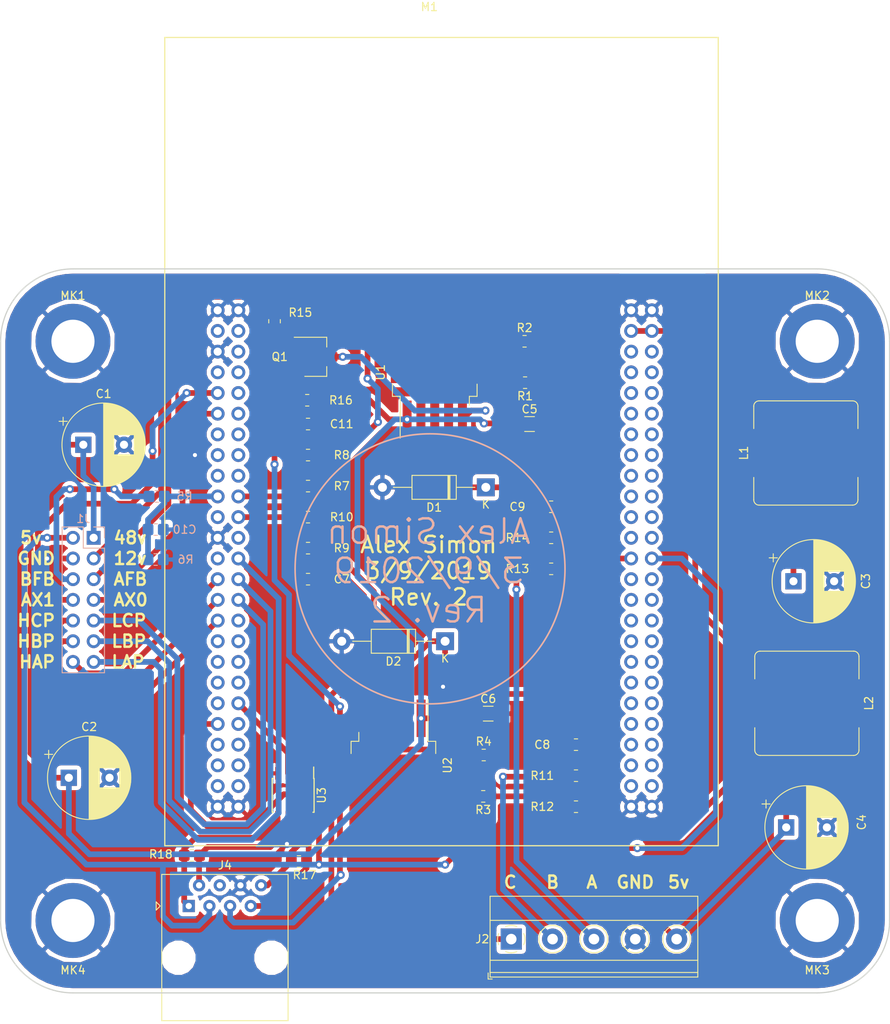
<source format=kicad_pcb>
(kicad_pcb (version 20171130) (host pcbnew 5.0.0-fee4fd1~65~ubuntu17.10.1)
  (title_block (title "Brushless DC Motor Controller") (date 2019-02-12) (rev 1) (company "Loma Incorporated"))
  (layers (0 F.Cu signal) (31 B.Cu signal) (34 B.Paste user hide) (35 F.Paste user hide) (36 B.SilkS user) (37 F.SilkS user) (38 B.Mask user hide) (39 F.Mask user hide) (44 Edge.Cuts user))
  (net 0 "")
  (net 1 /48v)
  (net 2 /GND)
  (net 3 /12v)
  (net 4 /5v)
  (net 5 /powerconverters/12v_OUT)
  (net 6 /powerconverters/5v_OUT)
  (net 7 /PHASEA_FB)
  (net 8 /PHASEB_FB)
  (net 9 /AUX_0)
  (net 10 /AUX_1)
  (net 11 /LS_C_TTL_PWM)
  (net 12 /HS_C_TTL_PWM)
  (net 13 /LS_B_TTL_PWM)
  (net 14 /HS_B_TTL_PWM)
  (net 15 /LS_A_TTL_PWM)
  (net 16 /HS_A_TTL_PWM)
  (net 17 /HALL_C)
  (net 18 /HALL_B)
  (net 19 /HALL_A)
  (net 20 /USART_TX)
  (net 21 /USART_RX)
  (net 22 /powerconverters/12v_FB)
  (net 23 /powerconverters/5v_FB)
  (net 24 /microcontroller/PC5)
  (net 25 /microcontroller/PC4)
  (net 26 /microcontroller/HALL_C_SENSE)
  (net 27 /microcontroller/HALL_B_SENSE)
  (net 28 /microcontroller/HALL_A_SENSE)
  (net 29 /TransEnable_TTL)
  (net 30 /powerconverters/TransEnable)
  (net 31 /+RX)
  (net 32 /-RX)
  (net 33 /+TX)
  (net 34 /-TX)
  (module Capacitor_THT:CP_Radial_D10.0mm_P5.00mm (layer F.Cu) (at 202.819 95.504)
    (fp_text reference C3 (at 8.89 0 90) (layer F.SilkS))
    (fp_text value 330uF)
    (pad 2 thru_hole circle (at 5 0) (size 2 2) (drill 1) (layers *.Cu *.Mask) (net 2 /GND))
    (pad 1 thru_hole rect (at 0 0) (size 2 2) (drill 1) (layers *.Cu *.Mask) (net 3 /12v))
  )
  (module custom:STM32-F4-DISCOVERY (layer F.Cu) (at 132.08 62.23)
    (fp_text reference M1 (at 26 -37.25) (layer F.SilkS))
    (fp_text value STM32F4-DISCOVERY)
    (pad 100 thru_hole circle (at 53.34 60.96) (size 1.7 1.7) (drill 1) (layers *.Cu *.Mask) (net 2 /GND))
    (pad 99 thru_hole circle (at 50.8 60.96) (size 1.7 1.7) (drill 1) (layers *.Cu *.Mask) (net 2 /GND))
    (pad 98 thru_hole circle (at 53.34 58.42) (size 1.7 1.7) (drill 1) (layers *.Cu *.Mask))
    (pad 97 thru_hole circle (at 50.8 58.42) (size 1.7 1.7) (drill 1) (layers *.Cu *.Mask))
    (pad 96 thru_hole circle (at 53.34 55.88) (size 1.7 1.7) (drill 1) (layers *.Cu *.Mask))
    (pad 95 thru_hole circle (at 50.8 55.88) (size 1.7 1.7) (drill 1) (layers *.Cu *.Mask))
    (pad 94 thru_hole circle (at 53.34 53.34) (size 1.7 1.7) (drill 1) (layers *.Cu *.Mask))
    (pad 93 thru_hole circle (at 50.8 53.34) (size 1.7 1.7) (drill 1) (layers *.Cu *.Mask))
    (pad 92 thru_hole circle (at 53.34 50.8) (size 1.7 1.7) (drill 1) (layers *.Cu *.Mask))
    (pad 91 thru_hole circle (at 50.8 50.8) (size 1.7 1.7) (drill 1) (layers *.Cu *.Mask))
    (pad 90 thru_hole circle (at 53.34 48.26) (size 1.7 1.7) (drill 1) (layers *.Cu *.Mask))
    (pad 89 thru_hole circle (at 50.8 48.26) (size 1.7 1.7) (drill 1) (layers *.Cu *.Mask))
    (pad 88 thru_hole circle (at 53.34 45.72) (size 1.7 1.7) (drill 1) (layers *.Cu *.Mask))
    (pad 87 thru_hole circle (at 50.8 45.72) (size 1.7 1.7) (drill 1) (layers *.Cu *.Mask))
    (pad 86 thru_hole circle (at 53.34 43.18) (size 1.7 1.7) (drill 1) (layers *.Cu *.Mask))
    (pad 85 thru_hole circle (at 50.8 43.18) (size 1.7 1.7) (drill 1) (layers *.Cu *.Mask))
    (pad 84 thru_hole circle (at 53.34 40.64) (size 1.7 1.7) (drill 1) (layers *.Cu *.Mask))
    (pad 83 thru_hole circle (at 50.8 40.64) (size 1.7 1.7) (drill 1) (layers *.Cu *.Mask))
    (pad 82 thru_hole circle (at 53.34 38.1) (size 1.7 1.7) (drill 1) (layers *.Cu *.Mask))
    (pad 81 thru_hole circle (at 50.8 38.1) (size 1.7 1.7) (drill 1) (layers *.Cu *.Mask))
    (pad 80 thru_hole circle (at 53.34 35.56) (size 1.7 1.7) (drill 1) (layers *.Cu *.Mask))
    (pad 79 thru_hole circle (at 50.8 35.56) (size 1.7 1.7) (drill 1) (layers *.Cu *.Mask))
    (pad 78 thru_hole circle (at 53.34 33.02) (size 1.7 1.7) (drill 1) (layers *.Cu *.Mask))
    (pad 77 thru_hole circle (at 50.8 33.02) (size 1.7 1.7) (drill 1) (layers *.Cu *.Mask))
    (pad 76 thru_hole circle (at 53.34 30.48) (size 1.7 1.7) (drill 1) (layers *.Cu *.Mask) (net 27 /microcontroller/HALL_B_SENSE))
    (pad 75 thru_hole circle (at 50.8 30.48) (size 1.7 1.7) (drill 1) (layers *.Cu *.Mask) (net 28 /microcontroller/HALL_A_SENSE))
    (pad 74 thru_hole circle (at 53.34 27.94) (size 1.7 1.7) (drill 1) (layers *.Cu *.Mask))
    (pad 73 thru_hole circle (at 50.8 27.94) (size 1.7 1.7) (drill 1) (layers *.Cu *.Mask))
    (pad 72 thru_hole circle (at 53.34 25.4) (size 1.7 1.7) (drill 1) (layers *.Cu *.Mask))
    (pad 71 thru_hole circle (at 50.8 25.4) (size 1.7 1.7) (drill 1) (layers *.Cu *.Mask))
    (pad 70 thru_hole circle (at 53.34 22.86) (size 1.7 1.7) (drill 1) (layers *.Cu *.Mask))
    (pad 69 thru_hole circle (at 50.8 22.86) (size 1.7 1.7) (drill 1) (layers *.Cu *.Mask))
    (pad 68 thru_hole circle (at 53.34 20.32) (size 1.7 1.7) (drill 1) (layers *.Cu *.Mask))
    (pad 67 thru_hole circle (at 50.8 20.32) (size 1.7 1.7) (drill 1) (layers *.Cu *.Mask))
    (pad 66 thru_hole circle (at 53.34 17.78) (size 1.7 1.7) (drill 1) (layers *.Cu *.Mask))
    (pad 65 thru_hole circle (at 50.8 17.78) (size 1.7 1.7) (drill 1) (layers *.Cu *.Mask))
    (pad 64 thru_hole circle (at 53.34 15.24) (size 1.7 1.7) (drill 1) (layers *.Cu *.Mask))
    (pad 63 thru_hole circle (at 50.8 15.24) (size 1.7 1.7) (drill 1) (layers *.Cu *.Mask))
    (pad 62 thru_hole circle (at 53.34 12.7) (size 1.7 1.7) (drill 1) (layers *.Cu *.Mask))
    (pad 61 thru_hole circle (at 50.8 12.7) (size 1.7 1.7) (drill 1) (layers *.Cu *.Mask))
    (pad 60 thru_hole circle (at 53.34 10.16) (size 1.7 1.7) (drill 1) (layers *.Cu *.Mask))
    (pad 59 thru_hole circle (at 50.8 10.16) (size 1.7 1.7) (drill 1) (layers *.Cu *.Mask))
    (pad 58 thru_hole circle (at 53.34 7.62) (size 1.7 1.7) (drill 1) (layers *.Cu *.Mask))
    (pad 57 thru_hole circle (at 50.8 7.62) (size 1.7 1.7) (drill 1) (layers *.Cu *.Mask))
    (pad 56 thru_hole circle (at 53.34 5.08) (size 1.7 1.7) (drill 1) (layers *.Cu *.Mask))
    (pad 55 thru_hole circle (at 50.8 5.08) (size 1.7 1.7) (drill 1) (layers *.Cu *.Mask))
    (pad 54 thru_hole circle (at 53.34 2.54) (size 1.7 1.7) (drill 1) (layers *.Cu *.Mask) (net 4 /5v))
    (pad 53 thru_hole circle (at 50.8 2.54) (size 1.7 1.7) (drill 1) (layers *.Cu *.Mask) (net 4 /5v))
    (pad 52 thru_hole circle (at 53.34 0) (size 1.7 1.7) (drill 1) (layers *.Cu *.Mask) (net 2 /GND))
    (pad 51 thru_hole circle (at 50.8 0) (size 1.7 1.7) (drill 1) (layers *.Cu *.Mask) (net 2 /GND))
    (pad 50 thru_hole circle (at 2.54 60.96) (size 1.7 1.7) (drill 1) (layers *.Cu *.Mask) (net 2 /GND))
    (pad 49 thru_hole circle (at 0 60.96) (size 1.7 1.7) (drill 1) (layers *.Cu *.Mask) (net 2 /GND))
    (pad 48 thru_hole circle (at 2.54 58.42) (size 1.7 1.7) (drill 1) (layers *.Cu *.Mask))
    (pad 47 thru_hole circle (at 0 58.42) (size 1.7 1.7) (drill 1) (layers *.Cu *.Mask))
    (pad 46 thru_hole circle (at 2.54 55.88) (size 1.7 1.7) (drill 1) (layers *.Cu *.Mask))
    (pad 45 thru_hole circle (at 0 55.88) (size 1.7 1.7) (drill 1) (layers *.Cu *.Mask))
    (pad 44 thru_hole circle (at 2.54 53.34) (size 1.7 1.7) (drill 1) (layers *.Cu *.Mask))
    (pad 43 thru_hole circle (at 0 53.34) (size 1.7 1.7) (drill 1) (layers *.Cu *.Mask))
    (pad 42 thru_hole circle (at 2.54 50.8) (size 1.7 1.7) (drill 1) (layers *.Cu *.Mask))
    (pad 41 thru_hole circle (at 0 50.8) (size 1.7 1.7) (drill 1) (layers *.Cu *.Mask) (net 21 /USART_RX))
    (pad 40 thru_hole circle (at 2.54 48.26) (size 1.7 1.7) (drill 1) (layers *.Cu *.Mask) (net 20 /USART_TX))
    (pad 39 thru_hole circle (at 0 48.26) (size 1.7 1.7) (drill 1) (layers *.Cu *.Mask))
    (pad 38 thru_hole circle (at 2.54 45.72) (size 1.7 1.7) (drill 1) (layers *.Cu *.Mask))
    (pad 37 thru_hole circle (at 0 45.72) (size 1.7 1.7) (drill 1) (layers *.Cu *.Mask))
    (pad 36 thru_hole circle (at 2.54 43.18) (size 1.7 1.7) (drill 1) (layers *.Cu *.Mask))
    (pad 35 thru_hole circle (at 0 43.18) (size 1.7 1.7) (drill 1) (layers *.Cu *.Mask))
    (pad 34 thru_hole circle (at 2.54 40.64) (size 1.7 1.7) (drill 1) (layers *.Cu *.Mask))
    (pad 33 thru_hole circle (at 0 40.64) (size 1.7 1.7) (drill 1) (layers *.Cu *.Mask))
    (pad 32 thru_hole circle (at 2.54 38.1) (size 1.7 1.7) (drill 1) (layers *.Cu *.Mask))
    (pad 31 thru_hole circle (at 0 38.1) (size 1.7 1.7) (drill 1) (layers *.Cu *.Mask) (net 12 /HS_C_TTL_PWM))
    (pad 30 thru_hole circle (at 2.54 35.56) (size 1.7 1.7) (drill 1) (layers *.Cu *.Mask) (net 11 /LS_C_TTL_PWM))
    (pad 29 thru_hole circle (at 0 35.56) (size 1.7 1.7) (drill 1) (layers *.Cu *.Mask) (net 14 /HS_B_TTL_PWM))
    (pad 28 thru_hole circle (at 2.54 33.02) (size 1.7 1.7) (drill 1) (layers *.Cu *.Mask) (net 13 /LS_B_TTL_PWM))
    (pad 27 thru_hole circle (at 0 33.02) (size 1.7 1.7) (drill 1) (layers *.Cu *.Mask) (net 16 /HS_A_TTL_PWM))
    (pad 26 thru_hole circle (at 2.54 30.48) (size 1.7 1.7) (drill 1) (layers *.Cu *.Mask) (net 15 /LS_A_TTL_PWM))
    (pad 25 thru_hole circle (at 0 30.48) (size 1.7 1.7) (drill 1) (layers *.Cu *.Mask))
    (pad 24 thru_hole circle (at 2.54 27.94) (size 1.7 1.7) (drill 1) (layers *.Cu *.Mask))
    (pad 23 thru_hole circle (at 0 27.94) (size 1.7 1.7) (drill 1) (layers *.Cu *.Mask) (net 2 /GND))
    (pad 22 thru_hole circle (at 2.54 25.4) (size 1.7 1.7) (drill 1) (layers *.Cu *.Mask) (net 26 /microcontroller/HALL_C_SENSE))
    (pad 21 thru_hole circle (at 0 25.4) (size 1.7 1.7) (drill 1) (layers *.Cu *.Mask))
    (pad 20 thru_hole circle (at 2.54 22.86) (size 1.7 1.7) (drill 1) (layers *.Cu *.Mask) (net 25 /microcontroller/PC4))
    (pad 19 thru_hole circle (at 0 22.86) (size 1.7 1.7) (drill 1) (layers *.Cu *.Mask) (net 24 /microcontroller/PC5))
    (pad 18 thru_hole circle (at 2.54 20.32) (size 1.7 1.7) (drill 1) (layers *.Cu *.Mask))
    (pad 17 thru_hole circle (at 0 20.32) (size 1.7 1.7) (drill 1) (layers *.Cu *.Mask))
    (pad 16 thru_hole circle (at 2.54 17.78) (size 1.7 1.7) (drill 1) (layers *.Cu *.Mask))
    (pad 15 thru_hole circle (at 0 17.78) (size 1.7 1.7) (drill 1) (layers *.Cu *.Mask))
    (pad 14 thru_hole circle (at 2.54 15.24) (size 1.7 1.7) (drill 1) (layers *.Cu *.Mask))
    (pad 13 thru_hole circle (at 0 15.24) (size 1.7 1.7) (drill 1) (layers *.Cu *.Mask))
    (pad 12 thru_hole circle (at 2.54 12.7) (size 1.7 1.7) (drill 1) (layers *.Cu *.Mask))
    (pad 11 thru_hole circle (at 0 12.7) (size 1.7 1.7) (drill 1) (layers *.Cu *.Mask) (net 9 /AUX_0))
    (pad 10 thru_hole circle (at 2.54 10.16) (size 1.7 1.7) (drill 1) (layers *.Cu *.Mask))
    (pad 9 thru_hole circle (at 0 10.16) (size 1.7 1.7) (drill 1) (layers *.Cu *.Mask) (net 10 /AUX_1))
    (pad 8 thru_hole circle (at 2.54 7.62) (size 1.7 1.7) (drill 1) (layers *.Cu *.Mask))
    (pad 7 thru_hole circle (at 0 7.62) (size 1.7 1.7) (drill 1) (layers *.Cu *.Mask))
    (pad 6 thru_hole circle (at 2.54 5.08) (size 1.7 1.7) (drill 1) (layers *.Cu *.Mask))
    (pad 5 thru_hole circle (at 0 5.08) (size 1.7 1.7) (drill 1) (layers *.Cu *.Mask) (net 2 /GND))
    (pad 4 thru_hole circle (at 2.54 2.54) (size 1.7 1.7) (drill 1) (layers *.Cu *.Mask))
    (pad 3 thru_hole circle (at 0 2.54) (size 1.7 1.7) (drill 1) (layers *.Cu *.Mask))
    (pad 2 thru_hole circle (at 2.54 0) (size 1.7 1.7) (drill 1) (layers *.Cu *.Mask) (net 2 /GND))
    (pad 1 thru_hole circle (at 0 0) (size 1.7 1.7) (drill 1) (layers *.Cu *.Mask) (net 2 /GND))
  )
  (module Capacitor_SMD:C_1206_3216Metric_Pad1.42x1.75mm_HandSolder (layer F.Cu) (at 170.3975 76.2)
    (fp_text reference C5 (at 0 -1.82) (layer F.SilkS))
    (fp_text value 2.2uF)
    (pad 2 smd roundrect (at 1.4875 0) (size 1.425 1.75) (layers F.Cu F.Paste F.Mask) (roundrect_rratio 0.175439) (net 2 /GND))
    (pad 1 smd roundrect (at -1.4875 0) (size 1.425 1.75) (layers F.Cu F.Paste F.Mask) (roundrect_rratio 0.175439) (net 1 /48v))
  )
  (module Capacitor_SMD:C_1206_3216Metric_Pad1.42x1.75mm_HandSolder (layer F.Cu) (at 165.3175 111.76)
    (fp_text reference C6 (at 0 -1.82) (layer F.SilkS))
    (fp_text value 2.2uF)
    (pad 2 smd roundrect (at 1.4875 0) (size 1.425 1.75) (layers F.Cu F.Paste F.Mask) (roundrect_rratio 0.175439) (net 2 /GND))
    (pad 1 smd roundrect (at -1.4875 0) (size 1.425 1.75) (layers F.Cu F.Paste F.Mask) (roundrect_rratio 0.175439) (net 1 /48v))
  )
  (module Diode_THT:D_DO-41_SOD81_P12.70mm_Horizontal (layer F.Cu) (at 165.0238 83.9724 180)
    (fp_text reference D1 (at 6.35 -2.47 180) (layer F.SilkS))
    (fp_text value 1N5819)
    (fp_text user K (at 0 -2.1 180) (layer F.SilkS))
    (pad 2 thru_hole oval (at 12.7 0 180) (size 2.2 2.2) (drill 1.1) (layers *.Cu *.Mask) (net 2 /GND))
    (pad 1 thru_hole rect (at 0 0 180) (size 2.2 2.2) (drill 1.1) (layers *.Cu *.Mask) (net 5 /powerconverters/12v_OUT))
  )
  (module Diode_THT:D_DO-41_SOD81_P12.70mm_Horizontal (layer F.Cu) (at 160.02 102.87 180)
    (fp_text reference D2 (at 6.35 -2.47 180) (layer F.SilkS))
    (fp_text value 1N5819)
    (fp_text user K (at 0 -2.1 180) (layer F.SilkS))
    (pad 2 thru_hole oval (at 12.7 0 180) (size 2.2 2.2) (drill 1.1) (layers *.Cu *.Mask) (net 2 /GND))
    (pad 1 thru_hole rect (at 0 0 180) (size 2.2 2.2) (drill 1.1) (layers *.Cu *.Mask) (net 6 /powerconverters/5v_OUT))
  )
  (module Connector_PinHeader_2.54mm:PinHeader_2x07_P2.54mm_Vertical (layer B.Cu) (at 116.84 90.17 180)
    (fp_text reference J1 (at 1.27 2.33 180) (layer B.SilkS) (effects (justify mirror)))
    (fp_text value Conn_02x07_Counter_Clockwise)
    (pad 14 thru_hole oval (at 2.54 -15.24 180) (size 1.7 1.7) (drill 1) (layers *.Cu *.Mask) (net 16 /HS_A_TTL_PWM))
    (pad 13 thru_hole oval (at 0 -15.24 180) (size 1.7 1.7) (drill 1) (layers *.Cu *.Mask) (net 15 /LS_A_TTL_PWM))
    (pad 12 thru_hole oval (at 2.54 -12.7 180) (size 1.7 1.7) (drill 1) (layers *.Cu *.Mask) (net 14 /HS_B_TTL_PWM))
    (pad 11 thru_hole oval (at 0 -12.7 180) (size 1.7 1.7) (drill 1) (layers *.Cu *.Mask) (net 13 /LS_B_TTL_PWM))
    (pad 10 thru_hole oval (at 2.54 -10.16 180) (size 1.7 1.7) (drill 1) (layers *.Cu *.Mask) (net 12 /HS_C_TTL_PWM))
    (pad 9 thru_hole oval (at 0 -10.16 180) (size 1.7 1.7) (drill 1) (layers *.Cu *.Mask) (net 11 /LS_C_TTL_PWM))
    (pad 8 thru_hole oval (at 2.54 -7.62 180) (size 1.7 1.7) (drill 1) (layers *.Cu *.Mask) (net 10 /AUX_1))
    (pad 7 thru_hole oval (at 0 -7.62 180) (size 1.7 1.7) (drill 1) (layers *.Cu *.Mask) (net 9 /AUX_0))
    (pad 6 thru_hole oval (at 2.54 -5.08 180) (size 1.7 1.7) (drill 1) (layers *.Cu *.Mask) (net 8 /PHASEB_FB))
    (pad 5 thru_hole oval (at 0 -5.08 180) (size 1.7 1.7) (drill 1) (layers *.Cu *.Mask) (net 7 /PHASEA_FB))
    (pad 4 thru_hole oval (at 2.54 -2.54 180) (size 1.7 1.7) (drill 1) (layers *.Cu *.Mask) (net 2 /GND))
    (pad 3 thru_hole oval (at 0 -2.54 180) (size 1.7 1.7) (drill 1) (layers *.Cu *.Mask) (net 3 /12v))
    (pad 2 thru_hole oval (at 2.54 0 180) (size 1.7 1.7) (drill 1) (layers *.Cu *.Mask) (net 4 /5v))
    (pad 1 thru_hole rect (at 0 0 180) (size 1.7 1.7) (drill 1) (layers *.Cu *.Mask) (net 1 /48v))
  )
  (module TerminalBlock_Phoenix:TerminalBlock_Phoenix_MKDS-1,5-5-5.08_1x05_P5.08mm_Horizontal (layer F.Cu) (at 168.148 139.446)
    (fp_text reference J2 (at -3.556 0) (layer F.SilkS))
    (fp_text value Screw_Terminal_01x05)
    (pad 5 thru_hole circle (at 20.32 0) (size 2.6 2.6) (drill 1.3) (layers *.Cu *.Mask) (net 4 /5v))
    (pad 4 thru_hole circle (at 15.24 0) (size 2.6 2.6) (drill 1.3) (layers *.Cu *.Mask) (net 2 /GND))
    (pad 3 thru_hole circle (at 10.16 0) (size 2.6 2.6) (drill 1.3) (layers *.Cu *.Mask) (net 19 /HALL_A))
    (pad 2 thru_hole circle (at 5.08 0) (size 2.6 2.6) (drill 1.3) (layers *.Cu *.Mask) (net 18 /HALL_B))
    (pad 1 thru_hole rect (at 0 0) (size 2.6 2.6) (drill 1.3) (layers *.Cu *.Mask) (net 17 /HALL_C))
  )
  (module Connector_RJ:RJ45_Amphenol_54602-x08_Horizontal (layer F.Cu) (at 128.524 135.382)
    (fp_text reference J4 (at 4.445 -5) (layer F.SilkS))
    (fp_text value RJ45)
    (pad 8 thru_hole circle (at 8.89 -2.54) (size 1.5 1.5) (drill 0.76) (layers *.Cu *.Mask) (net 32 /-RX))
    (pad 7 thru_hole circle (at 7.62 0) (size 1.5 1.5) (drill 0.76) (layers *.Cu *.Mask) (net 31 /+RX))
    (pad 6 thru_hole circle (at 6.35 -2.54) (size 1.5 1.5) (drill 0.76) (layers *.Cu *.Mask) (net 2 /GND))
    (pad 5 thru_hole circle (at 5.08 0) (size 1.5 1.5) (drill 0.76) (layers *.Cu *.Mask) (net 29 /TransEnable_TTL))
    (pad 4 thru_hole circle (at 3.81 -2.54) (size 1.5 1.5) (drill 0.76) (layers *.Cu *.Mask))
    (pad 3 thru_hole circle (at 2.54 0) (size 1.5 1.5) (drill 0.76) (layers *.Cu *.Mask) (net 4 /5v))
    (pad 2 thru_hole circle (at 1.27 -2.54) (size 1.5 1.5) (drill 0.76) (layers *.Cu *.Mask) (net 33 /+TX))
    (pad 1 thru_hole rect (at 0 0) (size 1.5 1.5) (drill 0.76) (layers *.Cu *.Mask) (net 34 /-TX))
    (pad "" np_thru_hole circle (at -1.27 6.35) (size 3.2 3.2) (drill 3.2) (layers *.Cu *.Mask))
    (pad "" np_thru_hole circle (at 10.16 6.35) (size 3.2 3.2) (drill 3.2) (layers *.Cu *.Mask))
  )
  (module Inductor_SMD:L_Bourns_SRR1260 (layer F.Cu) (at 204.343 79.756)
    (fp_text reference L1 (at -7.62 0 90) (layer F.SilkS))
    (fp_text value 680uH)
    (pad 1 smd rect (at -4.85 0) (size 2.9 5.4) (layers F.Cu F.Paste F.Mask) (net 5 /powerconverters/12v_OUT))
    (pad 2 smd rect (at 4.85 0) (size 2.9 5.4) (layers F.Cu F.Paste F.Mask) (net 3 /12v))
  )
  (module Inductor_SMD:L_Bourns_SRR1260 (layer F.Cu) (at 204.47 110.49)
    (fp_text reference L2 (at 7.62 0 90) (layer F.SilkS))
    (fp_text value 330uH)
    (pad 1 smd rect (at -4.85 0) (size 2.9 5.4) (layers F.Cu F.Paste F.Mask) (net 6 /powerconverters/5v_OUT))
    (pad 2 smd rect (at 4.85 0) (size 2.9 5.4) (layers F.Cu F.Paste F.Mask) (net 4 /5v))
  )
  (module Resistor_SMD:R_0805_2012Metric_Pad1.33x1.40mm_HandSolder (layer F.Cu) (at 169.8475 71.12 180)
    (fp_text reference R1 (at 0 -1.65 180) (layer F.SilkS))
    (fp_text value 18k)
    (pad 2 smd roundrect (at 0.9375 0 180) (size 1.325 1.4) (layers F.Cu F.Paste F.Mask) (roundrect_rratio 0.188679) (net 22 /powerconverters/12v_FB))
    (pad 1 smd roundrect (at -0.9375 0 180) (size 1.325 1.4) (layers F.Cu F.Paste F.Mask) (roundrect_rratio 0.188679) (net 3 /12v))
  )
  (module Resistor_SMD:R_0805_2012Metric_Pad1.33x1.40mm_HandSolder (layer F.Cu) (at 164.7675 116.84)
    (fp_text reference R4 (at 0 -1.65) (layer F.SilkS))
    (fp_text value 2k)
    (pad 2 smd roundrect (at 0.9375 0) (size 1.325 1.4) (layers F.Cu F.Paste F.Mask) (roundrect_rratio 0.188679) (net 2 /GND))
    (pad 1 smd roundrect (at -0.9375 0) (size 1.325 1.4) (layers F.Cu F.Paste F.Mask) (roundrect_rratio 0.188679) (net 23 /powerconverters/5v_FB))
  )
  (module Resistor_SMD:R_0805_2012Metric_Pad1.33x1.40mm_HandSolder (layer B.Cu) (at 124.587 85.09)
    (fp_text reference R5 (at 3.429 0) (layer B.SilkS) (effects (justify mirror)))
    (fp_text value 680)
    (pad 2 smd roundrect (at 0.9375 0) (size 1.325 1.4) (layers B.Cu B.Paste B.Mask) (roundrect_rratio 0.188679) (net 24 /microcontroller/PC5))
    (pad 1 smd roundrect (at -0.9375 0) (size 1.325 1.4) (layers B.Cu B.Paste B.Mask) (roundrect_rratio 0.188679) (net 8 /PHASEB_FB))
  )
  (module Resistor_SMD:R_0805_2012Metric_Pad1.33x1.40mm_HandSolder (layer B.Cu) (at 124.46 92.837)
    (fp_text reference R6 (at 3.683 0) (layer B.SilkS) (effects (justify mirror)))
    (fp_text value 2.0k)
    (pad 2 smd roundrect (at 0.9375 0) (size 1.325 1.4) (layers B.Cu B.Paste B.Mask) (roundrect_rratio 0.188679) (net 2 /GND))
    (pad 1 smd roundrect (at -0.9375 0) (size 1.325 1.4) (layers B.Cu B.Paste B.Mask) (roundrect_rratio 0.188679) (net 24 /microcontroller/PC5))
  )
  (module Resistor_SMD:R_0805_2012Metric_Pad1.33x1.40mm_HandSolder (layer F.Cu) (at 143.1775 83.82)
    (fp_text reference R7 (at 4.1425 0) (layer F.SilkS))
    (fp_text value 2.0k)
    (pad 2 smd roundrect (at 0.9375 0) (size 1.325 1.4) (layers F.Cu F.Paste F.Mask) (roundrect_rratio 0.188679) (net 2 /GND))
    (pad 1 smd roundrect (at -0.9375 0) (size 1.325 1.4) (layers F.Cu F.Paste F.Mask) (roundrect_rratio 0.188679) (net 25 /microcontroller/PC4))
  )
  (module Resistor_SMD:R_0805_2012Metric_Pad1.33x1.40mm_HandSolder (layer F.Cu) (at 143.1775 80.01 180)
    (fp_text reference R8 (at -4.1425 0 180) (layer F.SilkS))
    (fp_text value 680)
    (pad 2 smd roundrect (at 0.9375 0 180) (size 1.325 1.4) (layers F.Cu F.Paste F.Mask) (roundrect_rratio 0.188679) (net 25 /microcontroller/PC4))
    (pad 1 smd roundrect (at -0.9375 0 180) (size 1.325 1.4) (layers F.Cu F.Paste F.Mask) (roundrect_rratio 0.188679) (net 7 /PHASEA_FB))
  )
  (module Package_TO_SOT_SMD:TO-263-5_TabPin3 (layer F.Cu) (at 158.75 69.85 90)
    (fp_text reference U1 (at 0 -6.65 90) (layer F.SilkS))
    (fp_text value TL2575HV-ADJ)
    (pad 3 smd rect (at 3.375 0 90) (size 9.4 10.8) (layers F.Cu F.Mask) (net 2 /GND))
    (pad 5 smd rect (at -5.775 3.4 90) (size 4.6 1.1) (layers F.Cu F.Paste F.Mask) (net 30 /powerconverters/TransEnable))
    (pad 4 smd rect (at -5.775 1.7 90) (size 4.6 1.1) (layers F.Cu F.Paste F.Mask) (net 22 /powerconverters/12v_FB))
    (pad 3 smd rect (at -5.775 0 90) (size 4.6 1.1) (layers F.Cu F.Paste F.Mask) (net 2 /GND))
    (pad 2 smd rect (at -5.775 -1.7 90) (size 4.6 1.1) (layers F.Cu F.Paste F.Mask) (net 5 /powerconverters/12v_OUT))
    (pad 1 smd rect (at -5.775 -3.4 90) (size 4.6 1.1) (layers F.Cu F.Paste F.Mask) (net 1 /48v))
  )
  (module Package_TO_SOT_SMD:TO-263-5_TabPin3 (layer F.Cu) (at 153.67 118.11 270)
    (fp_text reference U2 (at 0 -6.65 270) (layer F.SilkS))
    (fp_text value TL2575HV-ADJ)
    (pad 3 smd rect (at 3.375 0 270) (size 9.4 10.8) (layers F.Cu F.Mask) (net 2 /GND))
    (pad 5 smd rect (at -5.775 3.4 270) (size 4.6 1.1) (layers F.Cu F.Paste F.Mask) (net 2 /GND))
    (pad 4 smd rect (at -5.775 1.7 270) (size 4.6 1.1) (layers F.Cu F.Paste F.Mask) (net 23 /powerconverters/5v_FB))
    (pad 3 smd rect (at -5.775 0 270) (size 4.6 1.1) (layers F.Cu F.Paste F.Mask) (net 2 /GND))
    (pad 2 smd rect (at -5.775 -1.7 270) (size 4.6 1.1) (layers F.Cu F.Paste F.Mask) (net 6 /powerconverters/5v_OUT))
    (pad 1 smd rect (at -5.775 -3.4 270) (size 4.6 1.1) (layers F.Cu F.Paste F.Mask) (net 1 /48v))
  )
  (module Capacitor_SMD:C_0805_2012Metric_Pad1.33x1.40mm_HandSolder (layer F.Cu) (at 143.1775 95.25)
    (fp_text reference C7 (at 4.1425 0) (layer F.SilkS))
    (fp_text value 2.2nF)
    (pad 2 smd roundrect (at 0.9375 0) (size 1.325 1.4) (layers F.Cu F.Paste F.Mask) (roundrect_rratio 0.188679) (net 2 /GND))
    (pad 1 smd roundrect (at -0.9375 0) (size 1.325 1.4) (layers F.Cu F.Paste F.Mask) (roundrect_rratio 0.188679) (net 26 /microcontroller/HALL_C_SENSE))
  )
  (module Capacitor_SMD:C_0805_2012Metric_Pad1.33x1.40mm_HandSolder (layer F.Cu) (at 176.1005 115.57 180)
    (fp_text reference C8 (at 4.1425 0 180) (layer F.SilkS))
    (fp_text value 2.2nF)
    (pad 2 smd roundrect (at 0.9375 0 180) (size 1.325 1.4) (layers F.Cu F.Paste F.Mask) (roundrect_rratio 0.188679) (net 2 /GND))
    (pad 1 smd roundrect (at -0.9375 0 180) (size 1.325 1.4) (layers F.Cu F.Paste F.Mask) (roundrect_rratio 0.188679) (net 27 /microcontroller/HALL_B_SENSE))
  )
  (module Capacitor_SMD:C_0805_2012Metric_Pad1.33x1.40mm_HandSolder (layer F.Cu) (at 173.0525 86.36 180)
    (fp_text reference C9 (at 4.1425 0 180) (layer F.SilkS))
    (fp_text value 2.2nF)
    (pad 2 smd roundrect (at 0.9375 0 180) (size 1.325 1.4) (layers F.Cu F.Paste F.Mask) (roundrect_rratio 0.188679) (net 2 /GND))
    (pad 1 smd roundrect (at -0.9375 0 180) (size 1.325 1.4) (layers F.Cu F.Paste F.Mask) (roundrect_rratio 0.188679) (net 28 /microcontroller/HALL_A_SENSE))
  )
  (module Capacitor_SMD:C_0805_2012Metric_Pad1.33x1.40mm_HandSolder (layer B.Cu) (at 124.46 89.154)
    (fp_text reference C10 (at 3.556 0) (layer B.SilkS) (effects (justify mirror)))
    (fp_text value 2.2nF)
    (pad 2 smd roundrect (at 0.9375 0) (size 1.325 1.4) (layers B.Cu B.Paste B.Mask) (roundrect_rratio 0.188679) (net 2 /GND))
    (pad 1 smd roundrect (at -0.9375 0) (size 1.325 1.4) (layers B.Cu B.Paste B.Mask) (roundrect_rratio 0.188679) (net 24 /microcontroller/PC5))
  )
  (module Capacitor_SMD:C_0805_2012Metric_Pad1.33x1.40mm_HandSolder (layer F.Cu) (at 143.1775 76.2)
    (fp_text reference C11 (at 4.1425 0) (layer F.SilkS))
    (fp_text value 2.2nF)
    (pad 2 smd roundrect (at 0.9375 0) (size 1.325 1.4) (layers F.Cu F.Paste F.Mask) (roundrect_rratio 0.188679) (net 2 /GND))
    (pad 1 smd roundrect (at -0.9375 0) (size 1.325 1.4) (layers F.Cu F.Paste F.Mask) (roundrect_rratio 0.188679) (net 25 /microcontroller/PC4))
  )
  (module Resistor_SMD:R_0805_2012Metric_Pad1.33x1.40mm_HandSolder (layer F.Cu) (at 143.1775 91.44)
    (fp_text reference R9 (at 4.1425 0) (layer F.SilkS))
    (fp_text value 18k)
    (pad 2 smd roundrect (at 0.9375 0) (size 1.325 1.4) (layers F.Cu F.Paste F.Mask) (roundrect_rratio 0.188679) (net 17 /HALL_C))
    (pad 1 smd roundrect (at -0.9375 0) (size 1.325 1.4) (layers F.Cu F.Paste F.Mask) (roundrect_rratio 0.188679) (net 26 /microcontroller/HALL_C_SENSE))
  )
  (module Resistor_SMD:R_0805_2012Metric_Pad1.33x1.40mm_HandSolder (layer F.Cu) (at 143.1775 87.63)
    (fp_text reference R10 (at 4.1425 0) (layer F.SilkS))
    (fp_text value 30k)
    (pad 2 smd roundrect (at 0.9375 0) (size 1.325 1.4) (layers F.Cu F.Paste F.Mask) (roundrect_rratio 0.188679) (net 2 /GND))
    (pad 1 smd roundrect (at -0.9375 0) (size 1.325 1.4) (layers F.Cu F.Paste F.Mask) (roundrect_rratio 0.188679) (net 26 /microcontroller/HALL_C_SENSE))
  )
  (module Resistor_SMD:R_0805_2012Metric_Pad1.33x1.40mm_HandSolder (layer F.Cu) (at 176.1005 119.38 180)
    (fp_text reference R11 (at 4.1425 0 180) (layer F.SilkS))
    (fp_text value 18k)
    (pad 2 smd roundrect (at 0.9375 0 180) (size 1.325 1.4) (layers F.Cu F.Paste F.Mask) (roundrect_rratio 0.188679) (net 18 /HALL_B))
    (pad 1 smd roundrect (at -0.9375 0 180) (size 1.325 1.4) (layers F.Cu F.Paste F.Mask) (roundrect_rratio 0.188679) (net 27 /microcontroller/HALL_B_SENSE))
  )
  (module Resistor_SMD:R_0805_2012Metric_Pad1.33x1.40mm_HandSolder (layer F.Cu) (at 176.1005 123.19 180)
    (fp_text reference R12 (at 4.1425 0 180) (layer F.SilkS))
    (fp_text value 30k)
    (pad 2 smd roundrect (at 0.9375 0 180) (size 1.325 1.4) (layers F.Cu F.Paste F.Mask) (roundrect_rratio 0.188679) (net 2 /GND))
    (pad 1 smd roundrect (at -0.9375 0 180) (size 1.325 1.4) (layers F.Cu F.Paste F.Mask) (roundrect_rratio 0.188679) (net 27 /microcontroller/HALL_B_SENSE))
  )
  (module Resistor_SMD:R_0805_2012Metric_Pad1.33x1.40mm_HandSolder (layer F.Cu) (at 173.0525 93.98 180)
    (fp_text reference R13 (at 4.1425 0 180) (layer F.SilkS))
    (fp_text value 18k)
    (pad 2 smd roundrect (at 0.9375 0 180) (size 1.325 1.4) (layers F.Cu F.Paste F.Mask) (roundrect_rratio 0.188679) (net 19 /HALL_A))
    (pad 1 smd roundrect (at -0.9375 0 180) (size 1.325 1.4) (layers F.Cu F.Paste F.Mask) (roundrect_rratio 0.188679) (net 28 /microcontroller/HALL_A_SENSE))
  )
  (module Resistor_SMD:R_0805_2012Metric_Pad1.33x1.40mm_HandSolder (layer F.Cu) (at 173.0525 90.17 180)
    (fp_text reference R14 (at 4.1425 0 180) (layer F.SilkS))
    (fp_text value 30k)
    (pad 2 smd roundrect (at 0.9375 0 180) (size 1.325 1.4) (layers F.Cu F.Paste F.Mask) (roundrect_rratio 0.188679) (net 2 /GND))
    (pad 1 smd roundrect (at -0.9375 0 180) (size 1.325 1.4) (layers F.Cu F.Paste F.Mask) (roundrect_rratio 0.188679) (net 28 /microcontroller/HALL_A_SENSE))
  )
  (module MountingHole:MountingHole_5.3mm_M5_DIN965_Pad (layer F.Cu) (at 114.3 66.04)
    (fp_text reference MK1 (at 0 -5.6) (layer F.SilkS))
    (fp_text value Mounting_Hole)
    (pad 1 thru_hole circle (at 0 0) (size 9.2 9.2) (drill 5.3) (layers *.Cu *.Mask) (net 2 /GND))
  )
  (module MountingHole:MountingHole_5.3mm_M5_DIN965_Pad (layer F.Cu) (at 205.74 66.04)
    (fp_text reference MK2 (at 0 -5.6) (layer F.SilkS))
    (fp_text value Mounting_Hole)
    (pad 1 thru_hole circle (at 0 0) (size 9.2 9.2) (drill 5.3) (layers *.Cu *.Mask) (net 2 /GND))
  )
  (module MountingHole:MountingHole_5.3mm_M5_DIN965_Pad (layer F.Cu) (at 205.74 137.16)
    (fp_text reference MK3 (at 0 6.096) (layer F.SilkS))
    (fp_text value Mounting_Hole)
    (pad 1 thru_hole circle (at 0 0) (size 9.2 9.2) (drill 5.3) (layers *.Cu *.Mask) (net 2 /GND))
  )
  (module MountingHole:MountingHole_5.3mm_M5_DIN965_Pad (layer F.Cu) (at 114.3 137.16)
    (fp_text reference MK4 (at 0 6.096) (layer F.SilkS))
    (fp_text value Mounting_Hole)
    (pad 1 thru_hole circle (at 0 0) (size 9.2 9.2) (drill 5.3) (layers *.Cu *.Mask) (net 2 /GND))
  )
  (module Capacitor_THT:CP_Radial_D10.0mm_P5.00mm (layer F.Cu) (at 115.57 78.74)
    (fp_text reference C1 (at 2.5 -6.25) (layer F.SilkS))
    (fp_text value 100uF)
    (pad 2 thru_hole circle (at 5 0) (size 2 2) (drill 1) (layers *.Cu *.Mask) (net 2 /GND))
    (pad 1 thru_hole rect (at 0 0) (size 2 2) (drill 1) (layers *.Cu *.Mask) (net 1 /48v))
  )
  (module Capacitor_THT:CP_Radial_D10.0mm_P5.00mm (layer F.Cu) (at 113.792 119.634)
    (fp_text reference C2 (at 2.5 -6.25) (layer F.SilkS))
    (fp_text value 100uF)
    (pad 2 thru_hole circle (at 5 0) (size 2 2) (drill 1) (layers *.Cu *.Mask) (net 2 /GND))
    (pad 1 thru_hole rect (at 0 0) (size 2 2) (drill 1) (layers *.Cu *.Mask) (net 1 /48v))
  )
  (module Capacitor_THT:CP_Radial_D10.0mm_P5.00mm (layer F.Cu) (at 201.93 125.73)
    (fp_text reference C4 (at 9.271 -0.635 90) (layer F.SilkS))
    (fp_text value 1.2mF)
    (pad 2 thru_hole circle (at 5 0) (size 2 2) (drill 1) (layers *.Cu *.Mask) (net 2 /GND))
    (pad 1 thru_hole rect (at 0 0) (size 2 2) (drill 1) (layers *.Cu *.Mask) (net 4 /5v))
  )
  (module Resistor_SMD:R_0805_2012Metric_Pad1.33x1.40mm_HandSolder (layer F.Cu) (at 169.785 66.04)
    (fp_text reference R2 (at 0 -1.65) (layer F.SilkS))
    (fp_text value 2k)
    (pad 2 smd roundrect (at 0.9375 0) (size 1.325 1.4) (layers F.Cu F.Paste F.Mask) (roundrect_rratio 0.188679) (net 2 /GND))
    (pad 1 smd roundrect (at -0.9375 0) (size 1.325 1.4) (layers F.Cu F.Paste F.Mask) (roundrect_rratio 0.188679) (net 22 /powerconverters/12v_FB))
  )
  (module Resistor_SMD:R_0805_2012Metric_Pad1.33x1.40mm_HandSolder (layer F.Cu) (at 164.705 121.92 180)
    (fp_text reference R3 (at 0 -1.65 180) (layer F.SilkS))
    (fp_text value 6k)
    (pad 2 smd roundrect (at 0.9375 0 180) (size 1.325 1.4) (layers F.Cu F.Paste F.Mask) (roundrect_rratio 0.188679) (net 23 /powerconverters/5v_FB))
    (pad 1 smd roundrect (at -0.9375 0 180) (size 1.325 1.4) (layers F.Cu F.Paste F.Mask) (roundrect_rratio 0.188679) (net 4 /5v))
  )
  (module Package_TO_SOT_SMD:SOT-89-3 (layer F.Cu) (at 143.7005 67.945)
    (fp_text reference Q1 (at -4.0005 0) (layer F.SilkS))
    (fp_text value BCX56)
    (pad 2 smd trapezoid (at -0.0762 0 90) (size 1.5 1) (rect_delta 0 0.7) (layers F.Cu F.Paste F.Mask) (net 30 /powerconverters/TransEnable))
    (pad 2 smd rect (at 1.3335 0 270) (size 2.2 1.84) (layers F.Cu F.Paste F.Mask) (net 30 /powerconverters/TransEnable))
    (pad 3 smd rect (at -1.48 1.5 270) (size 1 1.5) (layers F.Cu F.Paste F.Mask) (net 2 /GND))
    (pad 2 smd rect (at -1.3335 0 270) (size 1 1.8) (layers F.Cu F.Paste F.Mask) (net 30 /powerconverters/TransEnable))
    (pad 1 smd rect (at -1.48 -1.5 270) (size 1 1.5) (layers F.Cu F.Paste F.Mask) (net 29 /TransEnable_TTL))
    (pad 2 smd trapezoid (at 2.667 0 270) (size 1.6 0.85) (rect_delta 0 0.6) (layers F.Cu F.Paste F.Mask) (net 30 /powerconverters/TransEnable))
  )
  (module Resistor_SMD:R_0805_2012Metric_Pad1.33x1.40mm_HandSolder (layer F.Cu) (at 139.065 63.5785 90)
    (fp_text reference R15 (at 1.0645 3.175 180) (layer F.SilkS))
    (fp_text value 2k)
    (pad 2 smd roundrect (at 0.9375 0 90) (size 1.325 1.4) (layers F.Cu F.Paste F.Mask) (roundrect_rratio 0.188679) (net 2 /GND))
    (pad 1 smd roundrect (at -0.9375 0 90) (size 1.325 1.4) (layers F.Cu F.Paste F.Mask) (roundrect_rratio 0.188679) (net 29 /TransEnable_TTL))
  )
  (module Resistor_SMD:R_0805_2012Metric_Pad1.33x1.40mm_HandSolder (layer F.Cu) (at 143.0805 73.279 180)
    (fp_text reference R16 (at -4.1425 0 180) (layer F.SilkS))
    (fp_text value 18k)
    (pad 2 smd roundrect (at 0.9375 0 180) (size 1.325 1.4) (layers F.Cu F.Paste F.Mask) (roundrect_rratio 0.188679) (net 30 /powerconverters/TransEnable))
    (pad 1 smd roundrect (at -0.9375 0 180) (size 1.325 1.4) (layers F.Cu F.Paste F.Mask) (roundrect_rratio 0.188679) (net 1 /48v))
  )
  (module Package_SO:SOIC-8_3.9x4.9mm_P1.27mm (layer F.Cu) (at 141.351 121.793 270)
    (fp_text reference U3 (at 0 -3.5 270) (layer F.SilkS))
    (fp_text value DS89C21)
    (pad 1 smd rect (at -2.7 -1.905 270) (size 1.55 0.6) (layers F.Cu F.Paste F.Mask) (net 4 /5v))
    (pad 2 smd rect (at -2.7 -0.635 270) (size 1.55 0.6) (layers F.Cu F.Paste F.Mask) (net 21 /USART_RX))
    (pad 3 smd rect (at -2.7 0.635 270) (size 1.55 0.6) (layers F.Cu F.Paste F.Mask) (net 20 /USART_TX))
    (pad 4 smd rect (at -2.7 1.905 270) (size 1.55 0.6) (layers F.Cu F.Paste F.Mask) (net 2 /GND))
    (pad 5 smd rect (at 2.7 1.905 270) (size 1.55 0.6) (layers F.Cu F.Paste F.Mask) (net 34 /-TX))
    (pad 6 smd rect (at 2.7 0.635 270) (size 1.55 0.6) (layers F.Cu F.Paste F.Mask) (net 33 /+TX))
    (pad 7 smd rect (at 2.7 -0.635 270) (size 1.55 0.6) (layers F.Cu F.Paste F.Mask) (net 32 /-RX))
    (pad 8 smd rect (at 2.7 -1.905 270) (size 1.55 0.6) (layers F.Cu F.Paste F.Mask) (net 31 /+RX))
  )
  (module Resistor_SMD:R_0805_2012Metric_Pad1.33x1.40mm_HandSolder (layer F.Cu) (at 142.064499 129.921 180)
    (fp_text reference R17 (at -0.683501 -1.651 180) (layer F.SilkS))
    (fp_text value 120)
    (pad 2 smd roundrect (at 0.937501 0 180) (size 1.325 1.4) (layers F.Cu F.Paste F.Mask) (roundrect_rratio 0.188679) (net 32 /-RX))
    (pad 1 smd roundrect (at -0.937501 0 180) (size 1.325 1.4) (layers F.Cu F.Paste F.Mask) (roundrect_rratio 0.188679) (net 31 /+RX))
  )
  (module Resistor_SMD:R_0805_2012Metric_Pad1.33x1.40mm_HandSolder (layer F.Cu) (at 128.905 129.159 180)
    (fp_text reference R18 (at 3.81 0.127 180) (layer F.SilkS))
    (fp_text value 120)
    (pad 1 smd roundrect (at -0.9375 0 180) (size 1.325 1.4) (layers F.Cu F.Paste F.Mask) (roundrect_rratio 0.188679) (net 33 /+TX))
    (pad 2 smd roundrect (at 0.9375 0 180) (size 1.325 1.4) (layers F.Cu F.Paste F.Mask) (roundrect_rratio 0.188679) (net 34 /-TX))
  )
  (gr_text LAP (at 118.872 105.41) (layer F.SilkS) (effects (font (size 1.5 1.5) (thickness 0.3)) (justify left)))
  (gr_text LBP (at 118.872 102.87) (layer F.SilkS) (effects (font (size 1.5 1.5) (thickness 0.3)) (justify left)))
  (gr_text LCP (at 118.872 100.33) (layer F.SilkS) (effects (font (size 1.5 1.5) (thickness 0.3)) (justify left)))
  (gr_text AX0 (at 119.126 97.79) (layer F.SilkS) (effects (font (size 1.5 1.5) (thickness 0.3)) (justify left)))
  (gr_text AFB (at 119.126 95.25) (layer F.SilkS) (effects (font (size 1.5 1.5) (thickness 0.3)) (justify left)))
  (gr_text 12v (at 119.126 92.71) (layer F.SilkS) (effects (font (size 1.5 1.5) (thickness 0.3)) (justify left)))
  (gr_text 48v (at 119.126 90.17) (layer F.SilkS) (effects (font (size 1.5 1.5) (thickness 0.3)) (justify left)))
  (gr_text HAP (at 112.268 105.41) (layer F.SilkS) (effects (font (size 1.5 1.5) (thickness 0.3)) (justify right)))
  (gr_text HBP (at 112.268 102.87) (layer F.SilkS) (effects (font (size 1.5 1.5) (thickness 0.3)) (justify right)))
  (gr_text HCP (at 112.268 100.33) (layer F.SilkS) (effects (font (size 1.5 1.5) (thickness 0.3)) (justify right)))
  (gr_text AX1 (at 112.268 97.79) (layer F.SilkS) (effects (font (size 1.5 1.5) (thickness 0.3)) (justify right)))
  (gr_text BFB (at 112.268 95.25) (layer F.SilkS) (effects (font (size 1.5 1.5) (thickness 0.3)) (justify right)))
  (gr_text GND (at 112.268 92.71) (layer F.SilkS) (effects (font (size 1.5 1.5) (thickness 0.3)) (justify right)))
  (gr_text 5v (at 110.617 90.17) (layer F.SilkS) (effects (font (size 1.5 1.5) (thickness 0.3)) (justify right)))
  (gr_circle (center 158.171811 93.98) (end 159.695811 77.47) (layer B.SilkS) (width 0.2))
  (gr_text GND (at 183.388 132.461) (layer F.SilkS) (effects (font (size 1.5 1.5) (thickness 0.3))))
  (gr_text 5v (at 188.722 132.461) (layer F.SilkS) (effects (font (size 1.5 1.5) (thickness 0.3))))
  (gr_text A (at 178.054 132.461) (layer F.SilkS) (effects (font (size 1.5 1.5) (thickness 0.3))))
  (gr_text B (at 173.228 132.461) (layer F.SilkS) (effects (font (size 1.5 1.5) (thickness 0.3))))
  (gr_text C (at 168.021 132.461) (layer F.SilkS) (effects (font (size 1.5 1.5) (thickness 0.3))))
  (gr_text "Alex Simon\n3/9/2019\nRev. 2" (at 157.988 94.234) (layer F.SilkS) (effects (font (size 2 2) (thickness 0.3))))
  (gr_text "Alex Simon\n3/9/2019\nRev. 2" (at 157.988 94.234) (layer B.SilkS) (effects (font (size 3 3) (thickness 0.3)) (justify mirror)))
  (gr_arc (start 114.3 137.16) (end 105.41 137.16) (angle -90) (layer Edge.Cuts) (width 0.15))
  (gr_arc (start 114.3 66.04) (end 114.3 57.15) (angle -90) (layer Edge.Cuts) (width 0.15))
  (gr_arc (start 205.74 66.04) (end 214.63 66.04) (angle -90) (layer Edge.Cuts) (width 0.15))
  (gr_arc (start 205.74 137.16) (end 205.74 146.05) (angle -90) (layer Edge.Cuts) (width 0.15))
  (gr_line (start 114.3 146.05) (end 205.74 146.05) (layer Edge.Cuts) (width 0.15))
  (gr_line (start 105.41 66.04) (end 105.41 137.16) (layer Edge.Cuts) (width 0.15))
  (gr_line (start 205.74 57.15) (end 114.3 57.15) (layer Edge.Cuts) (width 0.15))
  (gr_line (start 214.63 137.16) (end 214.63 66.04) (layer Edge.Cuts) (width 0.15))
  (via (at 155.35 75.625) (size 1) (drill 0.5) (layers F.Cu B.Cu) (net 1))
  (segment (start 163.255 112.335) (end 163.83 111.76) (width 0.7) (layer F.Cu) (net 1))
  (segment (start 157.07 112.335) (end 163.255 112.335) (width 0.7) (layer F.Cu) (net 1))
  (via (at 157.07 112.335) (size 1) (drill 0.5) (layers F.Cu B.Cu) (net 1))
  (segment (start 115.57 78.74) (end 115.57 82.55) (width 0.7) (layer B.Cu) (net 1))
  (segment (start 115.57 82.55) (end 116.84 83.82) (width 0.7) (layer B.Cu) (net 1))
  (segment (start 116.84 83.82) (end 116.84 90.17) (width 0.7) (layer B.Cu) (net 1))
  (segment (start 113.284 78.74) (end 115.57 78.74) (width 0.7) (layer F.Cu) (net 1))
  (segment (start 113.792 119.634) (end 112.092 119.634) (width 0.7) (layer F.Cu) (net 1))
  (segment (start 112.092 119.634) (end 109.08199 116.62399) (width 0.7) (layer F.Cu) (net 1))
  (segment (start 109.08199 116.62399) (end 109.08199 82.97801) (width 0.7) (layer F.Cu) (net 1))
  (segment (start 111.37 80.654) (end 113.284 78.74) (width 0.7) (layer F.Cu) (net 1))
  (segment (start 109.08199 82.97801) (end 111.37 80.69) (width 0.7) (layer F.Cu) (net 1))
  (segment (start 111.37 80.69) (end 111.37 80.654) (width 0.7) (layer F.Cu) (net 1))
  (segment (start 157.07 115.472) (end 157.07 112.335) (width 0.7) (layer B.Cu) (net 1))
  (segment (start 143.51 129.032) (end 157.07 115.472) (width 0.7) (layer B.Cu) (net 1))
  (segment (start 116.332 129.032) (end 143.51 129.032) (width 0.7) (layer B.Cu) (net 1))
  (segment (start 113.792 119.634) (end 113.792 126.492) (width 0.7) (layer B.Cu) (net 1))
  (segment (start 113.792 126.492) (end 116.332 129.032) (width 0.7) (layer B.Cu) (net 1))
  (segment (start 153.8386 75.625) (end 155.35 75.625) (width 0.7) (layer B.Cu) (net 1))
  (segment (start 149.2504 80.2132) (end 153.8386 75.625) (width 0.7) (layer B.Cu) (net 1))
  (segment (start 149.2504 94.9198) (end 149.2504 80.2132) (width 0.7) (layer B.Cu) (net 1))
  (segment (start 157.07 112.335) (end 157.07 102.7394) (width 0.7) (layer B.Cu) (net 1))
  (segment (start 157.07 102.7394) (end 149.2504 94.9198) (width 0.7) (layer B.Cu) (net 1))
  (via (at 164.7952 76.1238) (size 1) (drill 0.5) (layers F.Cu B.Cu) (net 1))
  (segment (start 155.35 75.625) (end 164.2964 75.625) (width 0.7) (layer B.Cu) (net 1))
  (segment (start 164.2964 75.625) (end 164.7952 76.1238) (width 0.7) (layer B.Cu) (net 1))
  (segment (start 164.7952 76.1238) (end 168.7576 76.1238) (width 0.7) (layer F.Cu) (net 1))
  (segment (start 144.018 73.279) (end 150.749 73.279) (width 0.7) (layer F.Cu) (net 1))
  (segment (start 153.095 75.625) (end 155.35 75.625) (width 0.7) (layer F.Cu) (net 1))
  (segment (start 150.749 73.279) (end 153.095 75.625) (width 0.7) (layer F.Cu) (net 1))
  (segment (start 171.885 76.2) (end 171.885 76.527) (width 0.7) (layer F.Cu) (net 2))
  (via (at 159.766 108.458) (size 1) (drill 0.5) (layers F.Cu B.Cu) (net 2))
  (via (at 129.286 80.01) (size 1) (drill 0.5) (layers F.Cu B.Cu) (net 2))
  (segment (start 125.3975 92.837) (end 125.3975 89.154) (width 0.7) (layer B.Cu) (net 2))
  (via (at 111.125 92.71) (size 1) (drill 0.5) (layers F.Cu B.Cu) (net 2))
  (segment (start 114.3 92.71) (end 111.125 92.71) (width 0.7) (layer F.Cu) (net 2))
  (via (at 140.589 127.762) (size 1) (drill 0.5) (layers F.Cu B.Cu) (net 2))
  (segment (start 125.129001 84.420999) (end 125.129001 64.862999) (width 0.7) (layer F.Cu) (net 3))
  (segment (start 125.129001 64.862999) (end 130.556 59.436) (width 0.7) (layer F.Cu) (net 3))
  (segment (start 175.26 71.12) (end 170.785 71.12) (width 0.7) (layer F.Cu) (net 3))
  (segment (start 177.292 63.246) (end 177.292 69.088) (width 0.7) (layer F.Cu) (net 3))
  (segment (start 116.84 92.71) (end 125.129001 84.420999) (width 0.7) (layer F.Cu) (net 3))
  (segment (start 130.556 59.436) (end 173.482 59.436) (width 0.7) (layer F.Cu) (net 3))
  (segment (start 173.482 59.436) (end 177.292 63.246) (width 0.7) (layer F.Cu) (net 3))
  (segment (start 177.292 69.088) (end 175.26 71.12) (width 0.7) (layer F.Cu) (net 3))
  (segment (start 209.193 78.867) (end 209.32 78.74) (width 0.7) (layer F.Cu) (net 3))
  (segment (start 177.339994 63.246) (end 181.911994 58.674) (width 0.7) (layer F.Cu) (net 3))
  (segment (start 177.292 63.246) (end 177.339994 63.246) (width 0.7) (layer F.Cu) (net 3))
  (segment (start 191.516 58.674) (end 196.342 63.5) (width 0.7) (layer F.Cu) (net 3))
  (segment (start 207.043 79.756) (end 209.193 79.756) (width 0.7) (layer F.Cu) (net 3))
  (segment (start 181.911994 58.674) (end 191.516 58.674) (width 0.7) (layer F.Cu) (net 3))
  (segment (start 196.342 63.5) (end 196.342 69.055) (width 0.7) (layer F.Cu) (net 3))
  (segment (start 196.342 69.055) (end 207.043 79.756) (width 0.7) (layer F.Cu) (net 3))
  (segment (start 202.819 83.98) (end 207.043 79.756) (width 0.7) (layer F.Cu) (net 3))
  (segment (start 202.819 95.504) (end 202.819 83.98) (width 0.7) (layer F.Cu) (net 3))
  (segment (start 114.3 90.17) (end 112.395 90.17) (width 0.7) (layer F.Cu) (net 4))
  (segment (start 207.17 110.49) (end 209.32 110.49) (width 0.7) (layer F.Cu) (net 4))
  (segment (start 207.17 110.49) (end 201.93 115.73) (width 0.7) (layer F.Cu) (net 4))
  (segment (start 201.93 115.73) (end 201.93 125.73) (width 0.7) (layer F.Cu) (net 4))
  (segment (start 187.13 64.77) (end 182.88 64.77) (width 0.7) (layer F.Cu) (net 4))
  (segment (start 207.137 110.49) (end 202.692 106.045) (width 0.7) (layer F.Cu) (net 4))
  (segment (start 207.17 110.49) (end 207.137 110.49) (width 0.7) (layer F.Cu) (net 4))
  (segment (start 202.692 106.045) (end 198.12 106.045) (width 0.7) (layer F.Cu) (net 4))
  (segment (start 198.12 106.045) (end 190.754 98.679) (width 0.7) (layer F.Cu) (net 4))
  (segment (start 190.754 98.679) (end 190.754 68.394) (width 0.7) (layer F.Cu) (net 4))
  (segment (start 190.754 68.394) (end 187.13 64.77) (width 0.7) (layer F.Cu) (net 4))
  (via (at 111.125 90.17) (size 1) (drill 0.5) (layers F.Cu B.Cu) (net 4))
  (segment (start 112.395 90.17) (end 111.125 90.17) (width 0.7) (layer F.Cu) (net 4))
  (segment (start 108.331 91.948) (end 108.331 122.682) (width 0.7) (layer B.Cu) (net 4))
  (segment (start 111.125 90.17) (end 110.109 90.17) (width 0.7) (layer B.Cu) (net 4))
  (segment (start 108.331 122.682) (end 115.951 130.302) (width 0.7) (layer B.Cu) (net 4))
  (segment (start 110.109 90.17) (end 108.331 91.948) (width 0.7) (layer B.Cu) (net 4))
  (via (at 144.526 130.302) (size 1) (drill 0.5) (layers F.Cu B.Cu) (net 4))
  (segment (start 143.256 120.568) (end 144.526 121.838) (width 0.7) (layer F.Cu) (net 4))
  (segment (start 143.256 119.093) (end 143.256 120.568) (width 0.7) (layer F.Cu) (net 4))
  (segment (start 144.526 121.838) (end 144.526 130.302) (width 0.7) (layer F.Cu) (net 4))
  (segment (start 125.349 136.652) (end 125.349 130.302) (width 0.7) (layer B.Cu) (net 4))
  (segment (start 125.349 130.302) (end 144.526 130.302) (width 0.7) (layer B.Cu) (net 4))
  (segment (start 131.064 136.44266) (end 129.71166 137.795) (width 0.7) (layer B.Cu) (net 4))
  (segment (start 126.492 137.795) (end 125.349 136.652) (width 0.7) (layer B.Cu) (net 4))
  (segment (start 115.951 130.302) (end 125.349 130.302) (width 0.7) (layer B.Cu) (net 4))
  (segment (start 131.064 135.382) (end 131.064 136.44266) (width 0.7) (layer B.Cu) (net 4))
  (segment (start 129.71166 137.795) (end 126.492 137.795) (width 0.7) (layer B.Cu) (net 4))
  (segment (start 170.942 121.92) (end 165.6425 121.92) (width 0.7) (layer F.Cu) (net 4))
  (segment (start 188.468 139.446) (end 170.942 121.92) (width 0.7) (layer F.Cu) (net 4))
  (via (at 160.02 130.302) (size 1) (drill 0.5) (layers F.Cu B.Cu) (net 4))
  (segment (start 144.526 130.302) (end 160.02 130.302) (width 0.7) (layer B.Cu) (net 4))
  (segment (start 165.6425 124.6795) (end 165.6425 121.92) (width 0.7) (layer F.Cu) (net 4))
  (segment (start 160.02 130.302) (end 165.6425 124.6795) (width 0.7) (layer F.Cu) (net 4))
  (segment (start 201.93 125.984) (end 201.93 125.73) (width 0.7) (layer F.Cu) (net 4))
  (segment (start 201.93 125.984) (end 201.93 125.73) (width 0.7) (layer B.Cu) (net 4))
  (segment (start 188.468 139.446) (end 201.93 125.984) (width 0.7) (layer B.Cu) (net 4))
  (segment (start 162.3974 83.9724) (end 157.05 78.625) (width 0.7) (layer F.Cu) (net 5))
  (segment (start 157.05 78.625) (end 157.05 75.625) (width 0.7) (layer F.Cu) (net 5))
  (segment (start 165.0238 83.9724) (end 162.3974 83.9724) (width 0.7) (layer F.Cu) (net 5))
  (segment (start 199.493 75.922) (end 199.493 79.756) (width 0.7) (layer F.Cu) (net 5))
  (segment (start 195.44199 71.87099) (end 199.493 75.922) (width 0.7) (layer F.Cu) (net 5))
  (segment (start 195.44199 64.12399) (end 195.44199 71.87099) (width 0.7) (layer F.Cu) (net 5))
  (segment (start 169.6466 83.9724) (end 178.4858 75.1332) (width 0.7) (layer F.Cu) (net 5))
  (segment (start 165.0238 83.9724) (end 169.6466 83.9724) (width 0.7) (layer F.Cu) (net 5))
  (segment (start 178.4858 63.373) (end 182.245 59.6138) (width 0.7) (layer F.Cu) (net 5))
  (segment (start 178.4858 75.1332) (end 178.4858 63.373) (width 0.7) (layer F.Cu) (net 5))
  (segment (start 182.245 59.6138) (end 190.9318 59.6138) (width 0.7) (layer F.Cu) (net 5))
  (segment (start 190.9318 59.6138) (end 195.44199 64.12399) (width 0.7) (layer F.Cu) (net 5))
  (segment (start 158.22 102.87) (end 160.02 102.87) (width 0.7) (layer F.Cu) (net 6))
  (segment (start 155.37 105.72) (end 158.22 102.87) (width 0.7) (layer F.Cu) (net 6))
  (segment (start 155.37 112.335) (end 155.37 105.72) (width 0.7) (layer F.Cu) (net 6))
  (segment (start 160.02 104.67) (end 160.02 102.87) (width 0.7) (layer F.Cu) (net 6))
  (segment (start 164.697 109.347) (end 160.02 104.67) (width 0.7) (layer F.Cu) (net 6))
  (segment (start 164.697 109.347) (end 175.26 109.347) (width 0.7) (layer F.Cu) (net 6))
  (segment (start 175.26 109.347) (end 178.943 113.03) (width 0.7) (layer F.Cu) (net 6))
  (segment (start 178.943 113.03) (end 178.943 124.079) (width 0.7) (layer F.Cu) (net 6))
  (segment (start 178.943 124.079) (end 181.356 126.492) (width 0.7) (layer F.Cu) (net 6))
  (segment (start 181.356 126.492) (end 188.849 126.492) (width 0.7) (layer F.Cu) (net 6))
  (segment (start 199.62 115.721) (end 199.62 110.49) (width 0.7) (layer F.Cu) (net 6))
  (segment (start 188.849 126.492) (end 199.62 115.721) (width 0.7) (layer F.Cu) (net 6))
  (segment (start 125.849999 86.240001) (end 116.84 95.25) (width 0.7) (layer F.Cu) (net 7))
  (segment (start 126.029011 65.362795) (end 126.029011 86.060989) (width 0.7) (layer F.Cu) (net 7))
  (segment (start 143.921002 60.579) (end 130.812806 60.579) (width 0.7) (layer F.Cu) (net 7))
  (segment (start 126.029011 86.060989) (end 125.849999 86.240001) (width 0.7) (layer F.Cu) (net 7))
  (segment (start 130.812806 60.579) (end 126.029011 65.362795) (width 0.7) (layer F.Cu) (net 7))
  (segment (start 143.921002 60.579) (end 145.191002 60.579) (width 0.7) (layer F.Cu) (net 7))
  (segment (start 145.191002 60.579) (end 148.336 60.579) (width 0.7) (layer F.Cu) (net 7))
  (segment (start 147.701 80.01) (end 144.115 80.01) (width 0.7) (layer F.Cu) (net 7))
  (segment (start 151.003 76.708) (end 147.701 80.01) (width 0.7) (layer F.Cu) (net 7))
  (via (at 151.765 75.946) (size 1) (drill 0.5) (layers F.Cu B.Cu) (net 7))
  (segment (start 151.003 76.708) (end 151.765 75.946) (width 0.7) (layer F.Cu) (net 7))
  (via (at 150.495 70.612) (size 1) (drill 0.5) (layers F.Cu B.Cu) (net 7))
  (segment (start 151.765 75.946) (end 151.765 71.882) (width 0.7) (layer B.Cu) (net 7))
  (segment (start 151.765 71.882) (end 150.495 70.612) (width 0.7) (layer B.Cu) (net 7))
  (segment (start 150.495 70.612) (end 150.495 62.738) (width 0.7) (layer F.Cu) (net 7))
  (segment (start 150.495 62.738) (end 149.987 62.23) (width 0.7) (layer F.Cu) (net 7))
  (segment (start 148.336 60.579) (end 149.987 62.23) (width 0.7) (layer F.Cu) (net 7))
  (via (at 119.38 84.201) (size 1) (drill 0.5) (layers F.Cu B.Cu) (net 8))
  (segment (start 123.6495 85.09) (end 120.269 85.09) (width 0.7) (layer B.Cu) (net 8))
  (segment (start 120.269 85.09) (end 119.38 84.201) (width 0.7) (layer B.Cu) (net 8))
  (via (at 113.919 84.201) (size 1) (drill 0.5) (layers F.Cu B.Cu) (net 8))
  (segment (start 119.38 84.201) (end 113.919 84.201) (width 0.7) (layer F.Cu) (net 8))
  (segment (start 113.211894 84.201) (end 113.919 84.201) (width 0.7) (layer B.Cu) (net 8))
  (segment (start 112.268 85.144894) (end 113.211894 84.201) (width 0.7) (layer B.Cu) (net 8))
  (segment (start 112.268 94.420081) (end 112.268 85.144894) (width 0.7) (layer B.Cu) (net 8))
  (segment (start 113.097919 95.25) (end 112.268 94.420081) (width 0.7) (layer B.Cu) (net 8))
  (segment (start 114.3 95.25) (end 113.097919 95.25) (width 0.7) (layer B.Cu) (net 8))
  (segment (start 118.042081 97.79) (end 116.84 97.79) (width 0.7) (layer F.Cu) (net 9))
  (segment (start 118.491 97.79) (end 118.042081 97.79) (width 0.7) (layer F.Cu) (net 9))
  (segment (start 127.762 88.519) (end 118.491 97.79) (width 0.7) (layer F.Cu) (net 9))
  (segment (start 132.08 74.93) (end 128.778 74.93) (width 0.7) (layer F.Cu) (net 9))
  (segment (start 127.762 75.946) (end 127.762 88.519) (width 0.7) (layer F.Cu) (net 9))
  (segment (start 128.778 74.93) (end 127.762 75.946) (width 0.7) (layer F.Cu) (net 9))
  (segment (start 114.3 97.79) (end 112.903 97.79) (width 0.7) (layer F.Cu) (net 10))
  (segment (start 112.903 97.79) (end 111.76 97.79) (width 0.7) (layer F.Cu) (net 10))
  (segment (start 111.76 97.79) (end 109.982 96.012) (width 0.7) (layer F.Cu) (net 10))
  (segment (start 109.982 96.012) (end 109.982 92.415998) (width 0.7) (layer F.Cu) (net 10))
  (segment (start 109.982 92.415998) (end 109.982 89.535) (width 0.7) (layer F.Cu) (net 10))
  (segment (start 109.982 89.535) (end 113.03 86.487) (width 0.7) (layer F.Cu) (net 10))
  (segment (start 113.03 86.487) (end 113.538 85.979) (width 0.7) (layer F.Cu) (net 10))
  (segment (start 113.538 85.979) (end 121.539 85.979) (width 0.7) (layer F.Cu) (net 10))
  (via (at 124.079 79.502) (size 1) (drill 0.5) (layers F.Cu B.Cu) (net 10))
  (segment (start 121.539 85.979) (end 124.079 83.439) (width 0.7) (layer F.Cu) (net 10))
  (segment (start 124.079 83.439) (end 124.079 79.502) (width 0.7) (layer F.Cu) (net 10))
  (segment (start 124.079 79.502) (end 124.079 78.794894) (width 0.7) (layer B.Cu) (net 10))
  (via (at 128.27 72.39) (size 1) (drill 0.5) (layers F.Cu B.Cu) (net 10))
  (segment (start 124.079 78.794894) (end 124.079 76.581) (width 0.7) (layer B.Cu) (net 10))
  (segment (start 124.079 76.581) (end 128.27 72.39) (width 0.7) (layer B.Cu) (net 10))
  (segment (start 128.27 72.39) (end 132.08 72.39) (width 0.7) (layer F.Cu) (net 10))
  (segment (start 137.668 123.317) (end 137.668 100.838) (width 0.7) (layer B.Cu) (net 11))
  (segment (start 122.428 100.33) (end 127.127 105.029) (width 0.7) (layer B.Cu) (net 11))
  (segment (start 130.429 125.349) (end 135.636 125.349) (width 0.7) (layer B.Cu) (net 11))
  (segment (start 127.127 105.029) (end 127.127 122.047) (width 0.7) (layer B.Cu) (net 11))
  (segment (start 116.84 100.33) (end 122.428 100.33) (width 0.7) (layer B.Cu) (net 11))
  (segment (start 127.127 122.047) (end 130.429 125.349) (width 0.7) (layer B.Cu) (net 11))
  (segment (start 135.636 125.349) (end 137.668 123.317) (width 0.7) (layer B.Cu) (net 11))
  (segment (start 137.668 100.838) (end 134.62 97.79) (width 0.7) (layer B.Cu) (net 11))
  (segment (start 131.805 100.33) (end 132.08 100.33) (width 0.7) (layer F.Cu) (net 12))
  (segment (start 112.776 109.601) (end 122.809 109.601) (width 0.7) (layer F.Cu) (net 12))
  (segment (start 122.809 109.601) (end 132.08 100.33) (width 0.7) (layer F.Cu) (net 12))
  (segment (start 110.363 107.188) (end 112.776 109.601) (width 0.7) (layer F.Cu) (net 12))
  (segment (start 114.3 100.33) (end 113.097919 100.33) (width 0.7) (layer F.Cu) (net 12))
  (segment (start 110.363 103.064919) (end 110.363 107.188) (width 0.7) (layer F.Cu) (net 12))
  (segment (start 113.097919 100.33) (end 110.363 103.064919) (width 0.7) (layer F.Cu) (net 12))
  (segment (start 135.469999 96.099999) (end 134.62 95.25) (width 0.7) (layer B.Cu) (net 13))
  (segment (start 138.56801 99.19801) (end 135.469999 96.099999) (width 0.7) (layer B.Cu) (net 13))
  (segment (start 138.56801 123.689796) (end 138.56801 99.19801) (width 0.7) (layer B.Cu) (net 13))
  (segment (start 123.463214 102.87) (end 126.111 105.517786) (width 0.7) (layer B.Cu) (net 13))
  (segment (start 126.111 105.517786) (end 126.111 122.428) (width 0.7) (layer B.Cu) (net 13))
  (segment (start 126.111 122.428) (end 129.93201 126.24901) (width 0.7) (layer B.Cu) (net 13))
  (segment (start 116.84 102.87) (end 123.463214 102.87) (width 0.7) (layer B.Cu) (net 13))
  (segment (start 129.93201 126.24901) (end 136.008797 126.249009) (width 0.7) (layer B.Cu) (net 13))
  (segment (start 136.008797 126.249009) (end 138.56801 123.689796) (width 0.7) (layer B.Cu) (net 13))
  (segment (start 121.92 107.95) (end 132.08 97.79) (width 0.7) (layer F.Cu) (net 14))
  (segment (start 111.76 106.68) (end 113.03 107.95) (width 0.7) (layer F.Cu) (net 14))
  (segment (start 113.03 107.95) (end 121.92 107.95) (width 0.7) (layer F.Cu) (net 14))
  (segment (start 111.76 104.14) (end 111.76 106.68) (width 0.7) (layer F.Cu) (net 14))
  (segment (start 114.3 102.87) (end 113.03 102.87) (width 0.7) (layer F.Cu) (net 14))
  (segment (start 113.03 102.87) (end 111.76 104.14) (width 0.7) (layer F.Cu) (net 14))
  (segment (start 135.469999 93.559999) (end 134.62 92.71) (width 0.7) (layer B.Cu) (net 15))
  (segment (start 139.573 97.663) (end 135.469999 93.559999) (width 0.7) (layer B.Cu) (net 15))
  (segment (start 139.573 123.957612) (end 139.573 97.663) (width 0.7) (layer B.Cu) (net 15))
  (segment (start 129.664194 127.254) (end 136.276612 127.254) (width 0.7) (layer B.Cu) (net 15))
  (segment (start 124.206 105.41) (end 125.095 106.299) (width 0.7) (layer B.Cu) (net 15))
  (segment (start 116.84 105.41) (end 124.206 105.41) (width 0.7) (layer B.Cu) (net 15))
  (segment (start 125.095 106.299) (end 125.095 122.684806) (width 0.7) (layer B.Cu) (net 15))
  (segment (start 136.276612 127.254) (end 139.573 123.957612) (width 0.7) (layer B.Cu) (net 15))
  (segment (start 125.095 122.684806) (end 129.664194 127.254) (width 0.7) (layer B.Cu) (net 15))
  (segment (start 120.519999 106.810001) (end 132.08 95.25) (width 0.7) (layer F.Cu) (net 16))
  (segment (start 114.3 105.41) (end 115.700001 106.810001) (width 0.7) (layer F.Cu) (net 16))
  (segment (start 115.700001 106.810001) (end 120.519999 106.810001) (width 0.7) (layer F.Cu) (net 16))
  (segment (start 145.923 91.44) (end 144.115 91.44) (width 0.7) (layer F.Cu) (net 17))
  (segment (start 149.066 139.446) (end 146.05 136.43) (width 0.7) (layer F.Cu) (net 17))
  (segment (start 146.05 136.43) (end 146.05 109.474) (width 0.7) (layer F.Cu) (net 17))
  (segment (start 151.257 96.774) (end 145.923 91.44) (width 0.7) (layer F.Cu) (net 17))
  (segment (start 168.148 139.446) (end 149.066 139.446) (width 0.7) (layer F.Cu) (net 17))
  (segment (start 146.05 109.474) (end 151.257 104.267) (width 0.7) (layer F.Cu) (net 17))
  (segment (start 151.257 104.267) (end 151.257 96.774) (width 0.7) (layer F.Cu) (net 17))
  (via (at 167.132 119.507) (size 1) (drill 0.5) (layers F.Cu B.Cu) (net 18))
  (segment (start 167.132 124.841) (end 167.132 119.507) (width 0.7) (layer B.Cu) (net 18))
  (segment (start 175.036 119.507) (end 175.163 119.38) (width 0.7) (layer F.Cu) (net 18))
  (segment (start 167.132 119.507) (end 175.036 119.507) (width 0.7) (layer F.Cu) (net 18))
  (segment (start 167.132 133.35) (end 167.132 124.841) (width 0.7) (layer B.Cu) (net 18))
  (segment (start 173.228 139.446) (end 167.132 133.35) (width 0.7) (layer B.Cu) (net 18))
  (via (at 168.783 96.52) (size 1) (drill 0.5) (layers F.Cu B.Cu) (net 19))
  (segment (start 168.783 96.52) (end 168.783 95.504) (width 0.7) (layer F.Cu) (net 19))
  (segment (start 168.783 95.504) (end 170.307 93.98) (width 0.7) (layer F.Cu) (net 19))
  (segment (start 170.307 93.98) (end 172.115 93.98) (width 0.7) (layer F.Cu) (net 19))
  (segment (start 168.783 129.921) (end 178.308 139.446) (width 0.7) (layer B.Cu) (net 19))
  (segment (start 168.783 96.52) (end 168.783 129.921) (width 0.7) (layer B.Cu) (net 19))
  (segment (start 140.716 116.586) (end 134.62 110.49) (width 0.7) (layer F.Cu) (net 20))
  (segment (start 140.716 119.093) (end 140.716 116.586) (width 0.7) (layer F.Cu) (net 20))
  (segment (start 131.805 113.03) (end 132.08 113.03) (width 0.7) (layer F.Cu) (net 21))
  (segment (start 140.208 121.666) (end 140.888 121.666) (width 0.7) (layer F.Cu) (net 21))
  (segment (start 130.302 113.03) (end 128.778 114.554) (width 0.7) (layer F.Cu) (net 21))
  (segment (start 141.986 120.568) (end 141.986 119.093) (width 0.7) (layer F.Cu) (net 21))
  (segment (start 128.778 114.554) (end 128.778 123.571) (width 0.7) (layer F.Cu) (net 21))
  (segment (start 136.144 125.73) (end 140.208 121.666) (width 0.7) (layer F.Cu) (net 21))
  (segment (start 132.08 113.03) (end 130.302 113.03) (width 0.7) (layer F.Cu) (net 21))
  (segment (start 140.888 121.666) (end 141.986 120.568) (width 0.7) (layer F.Cu) (net 21))
  (segment (start 128.778 123.571) (end 130.937 125.73) (width 0.7) (layer F.Cu) (net 21))
  (segment (start 130.937 125.73) (end 136.144 125.73) (width 0.7) (layer F.Cu) (net 21))
  (segment (start 168.91 66.04) (end 168.91 71.12) (width 0.7) (layer F.Cu) (net 22))
  (segment (start 160.45 73.484998) (end 161.671998 72.263) (width 0.7) (layer F.Cu) (net 22))
  (segment (start 160.45 75.625) (end 160.45 73.484998) (width 0.7) (layer F.Cu) (net 22))
  (segment (start 167.767 72.263) (end 168.91 71.12) (width 0.7) (layer F.Cu) (net 22))
  (segment (start 161.671998 72.263) (end 167.767 72.263) (width 0.7) (layer F.Cu) (net 22))
  (segment (start 163.152326 116.162326) (end 152.797326 116.162326) (width 0.7) (layer F.Cu) (net 23))
  (segment (start 151.97 115.335) (end 151.97 112.335) (width 0.7) (layer F.Cu) (net 23))
  (segment (start 152.797326 116.162326) (end 151.97 115.335) (width 0.7) (layer F.Cu) (net 23))
  (segment (start 163.83 116.84) (end 163.152326 116.162326) (width 0.7) (layer F.Cu) (net 23))
  (segment (start 163.83 121.92) (end 163.83 116.84) (width 0.7) (layer F.Cu) (net 23))
  (segment (start 125.5245 85.09) (end 132.08 85.09) (width 0.7) (layer B.Cu) (net 24))
  (segment (start 125.5245 85.09) (end 125.5245 85.9305) (width 0.7) (layer B.Cu) (net 24))
  (segment (start 123.5225 87.9325) (end 123.5225 89.154) (width 0.7) (layer B.Cu) (net 24))
  (segment (start 125.5245 85.9305) (end 123.5225 87.9325) (width 0.7) (layer B.Cu) (net 24))
  (segment (start 123.5225 89.154) (end 123.5225 92.837) (width 0.7) (layer B.Cu) (net 24))
  (segment (start 140.97 85.09) (end 142.24 83.82) (width 0.7) (layer F.Cu) (net 25))
  (segment (start 136.33 85.09) (end 140.97 85.09) (width 0.7) (layer F.Cu) (net 25))
  (segment (start 142.24 83.82) (end 142.24 80.01) (width 0.7) (layer F.Cu) (net 25))
  (segment (start 142.24 80.01) (end 142.24 76.2) (width 0.7) (layer F.Cu) (net 25))
  (segment (start 136.33 85.09) (end 134.62 85.09) (width 0.7) (layer F.Cu) (net 25))
  (segment (start 142.24 87.63) (end 142.24 91.44) (width 0.7) (layer F.Cu) (net 26))
  (segment (start 142.24 91.44) (end 142.24 95.25) (width 0.7) (layer F.Cu) (net 26))
  (segment (start 141.4775 87.63) (end 134.62 87.63) (width 0.7) (layer F.Cu) (net 26))
  (segment (start 142.24 87.63) (end 141.4775 87.63) (width 0.7) (layer F.Cu) (net 26))
  (segment (start 177.038 115.57) (end 177.038 119.38) (width 0.7) (layer F.Cu) (net 27))
  (segment (start 177.038 119.38) (end 177.038 123.19) (width 0.7) (layer F.Cu) (net 27))
  (segment (start 189.103 92.71) (end 185.42 92.71) (width 0.7) (layer B.Cu) (net 27))
  (segment (start 193.294 96.901) (end 189.103 92.71) (width 0.7) (layer B.Cu) (net 27))
  (segment (start 193.294 124.079) (end 193.294 96.901) (width 0.7) (layer B.Cu) (net 27))
  (segment (start 189.103 128.27) (end 193.294 124.079) (width 0.7) (layer B.Cu) (net 27))
  (segment (start 183.642 128.27) (end 184.785 128.27) (width 0.7) (layer B.Cu) (net 27))
  (segment (start 184.785 128.27) (end 189.103 128.27) (width 0.7) (layer B.Cu) (net 27))
  (segment (start 177.038 123.19) (end 177.038 124.714) (width 0.7) (layer F.Cu) (net 27))
  (via (at 183.642 128.27) (size 1) (drill 0.5) (layers F.Cu B.Cu) (net 27))
  (segment (start 177.038 124.714) (end 180.594 128.27) (width 0.7) (layer F.Cu) (net 27))
  (segment (start 180.594 128.27) (end 183.642 128.27) (width 0.7) (layer F.Cu) (net 27))
  (segment (start 173.99 86.36) (end 173.99 90.17) (width 0.7) (layer F.Cu) (net 28))
  (segment (start 173.99 93.98) (end 173.99 90.17) (width 0.7) (layer F.Cu) (net 28))
  (segment (start 178.308 90.17) (end 173.99 90.17) (width 0.7) (layer F.Cu) (net 28))
  (segment (start 182.88 92.71) (end 180.848 92.71) (width 0.7) (layer F.Cu) (net 28))
  (segment (start 180.848 92.71) (end 178.308 90.17) (width 0.7) (layer F.Cu) (net 28))
  (segment (start 142.397 66.2685) (end 142.2205 66.445) (width 0.7) (layer F.Cu) (net 29))
  (segment (start 142.143 66.3675) (end 142.2205 66.445) (width 0.7) (layer F.Cu) (net 29))
  (segment (start 139.065 64.516) (end 139.065 65.532) (width 0.7) (layer F.Cu) (net 29))
  (segment (start 139.978 66.445) (end 142.2205 66.445) (width 0.7) (layer F.Cu) (net 29))
  (segment (start 139.065 65.532) (end 139.978 66.445) (width 0.7) (layer F.Cu) (net 29))
  (via (at 147.1 110.871) (size 1) (drill 0.5) (layers F.Cu B.Cu) (net 29))
  (via (at 147.193 131.572) (size 1) (drill 0.5) (layers F.Cu B.Cu) (net 29))
  (segment (start 147.1 110.871) (end 147.1 131.479) (width 0.7) (layer F.Cu) (net 29))
  (segment (start 147.1 131.479) (end 147.193 131.572) (width 0.7) (layer F.Cu) (net 29))
  (segment (start 133.604 136.906) (end 133.604 135.382) (width 0.7) (layer B.Cu) (net 29))
  (segment (start 134.112 137.414) (end 133.604 136.906) (width 0.7) (layer B.Cu) (net 29))
  (segment (start 147.193 131.572) (end 141.351 137.414) (width 0.7) (layer B.Cu) (net 29))
  (segment (start 141.351 137.414) (end 134.112 137.414) (width 0.7) (layer B.Cu) (net 29))
  (via (at 139.065 81.153) (size 1) (drill 0.5) (layers F.Cu B.Cu) (net 29))
  (segment (start 139.065 65.532) (end 139.065 81.153) (width 0.7) (layer F.Cu) (net 29))
  (segment (start 140.843 104.614) (end 147.1 110.871) (width 0.7) (layer B.Cu) (net 29))
  (segment (start 140.843 97.155) (end 140.843 104.614) (width 0.7) (layer B.Cu) (net 29))
  (segment (start 139.065 81.153) (end 139.065 95.377) (width 0.7) (layer B.Cu) (net 29))
  (segment (start 139.065 95.377) (end 140.843 97.155) (width 0.7) (layer B.Cu) (net 29))
  (segment (start 145.034 69.745) (end 145.034 67.945) (width 0.7) (layer F.Cu) (net 30))
  (segment (start 142.820674 71.958326) (end 145.034 69.745) (width 0.7) (layer F.Cu) (net 30))
  (segment (start 142.820674 72.601326) (end 142.820674 71.958326) (width 0.7) (layer F.Cu) (net 30))
  (segment (start 142.143 73.279) (end 142.820674 72.601326) (width 0.7) (layer F.Cu) (net 30))
  (via (at 164.973 74.549) (size 1) (drill 0.5) (layers F.Cu B.Cu) (net 30))
  (segment (start 163.226 74.549) (end 162.15 75.625) (width 0.7) (layer F.Cu) (net 30))
  (segment (start 164.973 74.549) (end 163.226 74.549) (width 0.7) (layer F.Cu) (net 30))
  (segment (start 142.367 67.945) (end 145.034 67.945) (width 0.7) (layer F.Cu) (net 30))
  (via (at 147.447 67.945) (size 1) (drill 0.5) (layers F.Cu B.Cu) (net 30))
  (segment (start 145.034 67.945) (end 147.447 67.945) (width 0.7) (layer F.Cu) (net 30))
  (segment (start 156.282106 74.549) (end 164.973 74.549) (width 0.7) (layer B.Cu) (net 30))
  (segment (start 147.447 67.945) (end 149.678106 67.945) (width 0.7) (layer B.Cu) (net 30))
  (segment (start 149.678106 67.945) (end 156.282106 74.549) (width 0.7) (layer B.Cu) (net 30))
  (segment (start 137.922 135.382) (end 136.144 135.382) (width 0.7) (layer F.Cu) (net 31))
  (segment (start 143.256 129.667) (end 143.002 129.921) (width 0.7) (layer F.Cu) (net 31))
  (segment (start 143.256 124.493) (end 143.256 129.667) (width 0.7) (layer F.Cu) (net 31))
  (segment (start 138.341 135.382) (end 137.922 135.382) (width 0.7) (layer F.Cu) (net 31))
  (segment (start 143.002 130.721) (end 138.341 135.382) (width 0.7) (layer F.Cu) (net 31))
  (segment (start 143.002 129.921) (end 143.002 130.721) (width 0.7) (layer F.Cu) (net 31))
  (segment (start 141.986 125.968) (end 141.986 124.493) (width 0.7) (layer F.Cu) (net 32))
  (segment (start 141.986 127.919002) (end 141.986 125.968) (width 0.7) (layer F.Cu) (net 32))
  (segment (start 141.126998 128.778004) (end 141.986 127.919002) (width 0.7) (layer F.Cu) (net 32))
  (segment (start 141.126998 129.921) (end 141.126998 128.778004) (width 0.7) (layer F.Cu) (net 32))
  (segment (start 138.205998 132.842) (end 141.126998 129.921) (width 0.7) (layer F.Cu) (net 32))
  (segment (start 137.414 132.842) (end 138.205998 132.842) (width 0.7) (layer F.Cu) (net 32))
  (segment (start 130.8585 128.143) (end 129.8425 129.159) (width 0.7) (layer F.Cu) (net 33))
  (segment (start 140.716 124.493) (end 140.716 125.968) (width 0.7) (layer F.Cu) (net 33))
  (segment (start 138.541 128.143) (end 130.8585 128.143) (width 0.7) (layer F.Cu) (net 33))
  (segment (start 140.716 125.968) (end 138.541 128.143) (width 0.7) (layer F.Cu) (net 33))
  (segment (start 129.794 129.2075) (end 129.8425 129.159) (width 0.7) (layer F.Cu) (net 33))
  (segment (start 129.794 132.842) (end 129.794 129.2075) (width 0.7) (layer F.Cu) (net 33))
  (segment (start 127.9675 128.359) (end 127.9675 129.159) (width 0.7) (layer F.Cu) (net 34))
  (segment (start 129.3265 127) (end 127.9675 128.359) (width 0.7) (layer F.Cu) (net 34))
  (segment (start 137.414 127) (end 129.3265 127) (width 0.7) (layer F.Cu) (net 34))
  (segment (start 139.446 124.968) (end 137.414 127) (width 0.7) (layer F.Cu) (net 34))
  (segment (start 139.446 124.493) (end 139.446 124.968) (width 0.7) (layer F.Cu) (net 34))
  (segment (start 127.9675 134.8255) (end 128.524 135.382) (width 0.7) (layer F.Cu) (net 34))
  (segment (start 127.9675 129.159) (end 127.9675 134.8255) (width 0.7) (layer F.Cu) (net 34))
  (zone (net 2) (net_name /GND) (layer F.Cu) (connect_pads (clearance 0.508)) (min_thickness 0.254) (fill yes (arc_segments 16) (thermal_gap 0.508) (thermal_bridge_width 0.508))
    (polygon (pts (xy 105.41 146.05) (xy 105.41 57.15) (xy 214.63 57.15) (xy 214.63 146.05)))
  )
  (zone (net 2) (net_name /GND) (layer B.Cu) (connect_pads (clearance 0.508)) (min_thickness 0.254) (fill yes (arc_segments 16) (thermal_gap 0.508) (thermal_bridge_width 0.508))
    (polygon (pts (xy 105.41 146.05) (xy 105.41 57.15) (xy 214.63 57.15) (xy 214.63 146.05)))
  )
)
</source>
